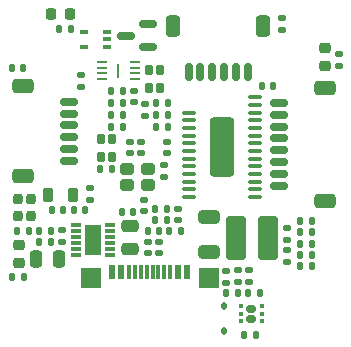
<source format=gbr>
%TF.GenerationSoftware,KiCad,Pcbnew,9.0.5*%
%TF.CreationDate,2025-10-07T19:58:40+02:00*%
%TF.ProjectId,Kolibri v0.6,4b6f6c69-6272-4692-9076-302e362e6b69,rev?*%
%TF.SameCoordinates,Original*%
%TF.FileFunction,Paste,Bot*%
%TF.FilePolarity,Positive*%
%FSLAX46Y46*%
G04 Gerber Fmt 4.6, Leading zero omitted, Abs format (unit mm)*
G04 Created by KiCad (PCBNEW 9.0.5) date 2025-10-07 19:58:40*
%MOMM*%
%LPD*%
G01*
G04 APERTURE LIST*
G04 Aperture macros list*
%AMRoundRect*
0 Rectangle with rounded corners*
0 $1 Rounding radius*
0 $2 $3 $4 $5 $6 $7 $8 $9 X,Y pos of 4 corners*
0 Add a 4 corners polygon primitive as box body*
4,1,4,$2,$3,$4,$5,$6,$7,$8,$9,$2,$3,0*
0 Add four circle primitives for the rounded corners*
1,1,$1+$1,$2,$3*
1,1,$1+$1,$4,$5*
1,1,$1+$1,$6,$7*
1,1,$1+$1,$8,$9*
0 Add four rect primitives between the rounded corners*
20,1,$1+$1,$2,$3,$4,$5,0*
20,1,$1+$1,$4,$5,$6,$7,0*
20,1,$1+$1,$6,$7,$8,$9,0*
20,1,$1+$1,$8,$9,$2,$3,0*%
G04 Aperture macros list end*
%ADD10RoundRect,0.225226X0.774774X2.274774X-0.774774X2.274774X-0.774774X-2.274774X0.774774X-2.274774X0*%
%ADD11RoundRect,0.100000X0.475000X0.100000X-0.475000X0.100000X-0.475000X-0.100000X0.475000X-0.100000X0*%
%ADD12RoundRect,0.140000X-0.170000X0.140000X-0.170000X-0.140000X0.170000X-0.140000X0.170000X0.140000X0*%
%ADD13RoundRect,0.218750X0.218750X0.256250X-0.218750X0.256250X-0.218750X-0.256250X0.218750X-0.256250X0*%
%ADD14RoundRect,0.140000X0.140000X0.170000X-0.140000X0.170000X-0.140000X-0.170000X0.140000X-0.170000X0*%
%ADD15RoundRect,0.135000X-0.135000X-0.185000X0.135000X-0.185000X0.135000X0.185000X-0.135000X0.185000X0*%
%ADD16RoundRect,0.140000X0.170000X-0.140000X0.170000X0.140000X-0.170000X0.140000X-0.170000X-0.140000X0*%
%ADD17R,0.900000X0.300000*%
%ADD18R,1.400000X2.600000*%
%ADD19RoundRect,0.135000X-0.185000X0.135000X-0.185000X-0.135000X0.185000X-0.135000X0.185000X0.135000X0*%
%ADD20RoundRect,0.250000X-0.250000X-0.475000X0.250000X-0.475000X0.250000X0.475000X-0.250000X0.475000X0*%
%ADD21RoundRect,0.135000X0.135000X0.185000X-0.135000X0.185000X-0.135000X-0.185000X0.135000X-0.185000X0*%
%ADD22RoundRect,0.150000X-0.625000X0.150000X-0.625000X-0.150000X0.625000X-0.150000X0.625000X0.150000X0*%
%ADD23RoundRect,0.250000X-0.650000X0.350000X-0.650000X-0.350000X0.650000X-0.350000X0.650000X0.350000X0*%
%ADD24RoundRect,0.250000X-0.650000X0.325000X-0.650000X-0.325000X0.650000X-0.325000X0.650000X0.325000X0*%
%ADD25RoundRect,0.250000X0.475000X-0.250000X0.475000X0.250000X-0.475000X0.250000X-0.475000X-0.250000X0*%
%ADD26RoundRect,0.150000X-0.150000X-0.625000X0.150000X-0.625000X0.150000X0.625000X-0.150000X0.625000X0*%
%ADD27RoundRect,0.250000X-0.350000X-0.650000X0.350000X-0.650000X0.350000X0.650000X-0.350000X0.650000X0*%
%ADD28RoundRect,0.140000X-0.140000X-0.170000X0.140000X-0.170000X0.140000X0.170000X-0.140000X0.170000X0*%
%ADD29RoundRect,0.200000X0.200000X-0.250000X0.200000X0.250000X-0.200000X0.250000X-0.200000X-0.250000X0*%
%ADD30RoundRect,0.218750X0.256250X-0.218750X0.256250X0.218750X-0.256250X0.218750X-0.256250X-0.218750X0*%
%ADD31RoundRect,0.135000X0.185000X-0.135000X0.185000X0.135000X-0.185000X0.135000X-0.185000X-0.135000X0*%
%ADD32RoundRect,0.150000X0.625000X-0.150000X0.625000X0.150000X-0.625000X0.150000X-0.625000X-0.150000X0*%
%ADD33RoundRect,0.250000X0.650000X-0.350000X0.650000X0.350000X-0.650000X0.350000X-0.650000X-0.350000X0*%
%ADD34RoundRect,0.100000X0.225000X0.100000X-0.225000X0.100000X-0.225000X-0.100000X0.225000X-0.100000X0*%
%ADD35RoundRect,0.250000X-0.325000X-0.250000X0.325000X-0.250000X0.325000X0.250000X-0.325000X0.250000X0*%
%ADD36RoundRect,0.097500X-0.227500X0.302500X-0.227500X-0.302500X0.227500X-0.302500X0.227500X0.302500X0*%
%ADD37RoundRect,0.218750X-0.218750X-0.381250X0.218750X-0.381250X0.218750X0.381250X-0.218750X0.381250X0*%
%ADD38RoundRect,0.160000X0.245000X0.160000X-0.245000X0.160000X-0.245000X-0.160000X0.245000X-0.160000X0*%
%ADD39RoundRect,0.093750X0.093750X0.106250X-0.093750X0.106250X-0.093750X-0.106250X0.093750X-0.106250X0*%
%ADD40R,0.600000X1.150000*%
%ADD41R,0.300000X1.150000*%
%ADD42R,1.700000X1.700000*%
%ADD43RoundRect,0.250000X0.600000X1.600000X-0.600000X1.600000X-0.600000X-1.600000X0.600000X-1.600000X0*%
%ADD44RoundRect,0.112500X0.112500X-0.187500X0.112500X0.187500X-0.112500X0.187500X-0.112500X-0.187500X0*%
%ADD45RoundRect,0.150000X0.587500X0.150000X-0.587500X0.150000X-0.587500X-0.150000X0.587500X-0.150000X0*%
%ADD46RoundRect,0.040000X-0.040000X-0.605000X0.040000X-0.605000X0.040000X0.605000X-0.040000X0.605000X0*%
%ADD47RoundRect,0.062500X-0.387500X-0.062500X0.387500X-0.062500X0.387500X0.062500X-0.387500X0.062500X0*%
G04 APERTURE END LIST*
D10*
%TO.C,U5*%
X104050000Y-97500000D03*
D11*
X106850000Y-93275000D03*
X106850000Y-93925000D03*
X106850000Y-94575000D03*
X106850000Y-95225000D03*
X106850000Y-95875000D03*
X106850000Y-96525000D03*
X106850000Y-97175000D03*
X106850000Y-97825000D03*
X106850000Y-98475000D03*
X106850000Y-99125000D03*
X106850000Y-99775000D03*
X106850000Y-100425000D03*
X106850000Y-101075000D03*
X106850000Y-101725000D03*
X101250000Y-101725000D03*
X101250000Y-101075000D03*
X101250000Y-100425000D03*
X101250000Y-99775000D03*
X101250000Y-99125000D03*
X101250000Y-98475000D03*
X101250000Y-97825000D03*
X101250000Y-97175000D03*
X101250000Y-96525000D03*
X101250000Y-95875000D03*
X101250000Y-95225000D03*
X101250000Y-94575000D03*
%TD*%
D12*
%TO.C,C64*%
X106350000Y-107920000D03*
X106350000Y-108880000D03*
%TD*%
D13*
%TO.C,D17*%
X91187500Y-86200000D03*
X89612500Y-86200000D03*
%TD*%
D14*
%TO.C,C3*%
X99480000Y-94750000D03*
X98520000Y-94750000D03*
%TD*%
D15*
%TO.C,R37*%
X110690000Y-107550000D03*
X111710000Y-107550000D03*
%TD*%
D16*
%TO.C,C71*%
X90500000Y-105480000D03*
X90500000Y-104520000D03*
%TD*%
D17*
%TO.C,IC6*%
X94600000Y-104100000D03*
X94600000Y-104600000D03*
X94600000Y-105100000D03*
X94600000Y-105600000D03*
X94600000Y-106100000D03*
X94600000Y-106600000D03*
X91700000Y-106600000D03*
X91700000Y-106100000D03*
X91700000Y-105600000D03*
X91700000Y-105100000D03*
X91700000Y-104600000D03*
X91700000Y-104100000D03*
D18*
X93150000Y-105350000D03*
%TD*%
D19*
%TO.C,R33*%
X92100000Y-91390000D03*
X92100000Y-92410000D03*
%TD*%
D12*
%TO.C,C63*%
X105400000Y-107920000D03*
X105400000Y-108880000D03*
%TD*%
D20*
%TO.C,C72*%
X88350000Y-107000000D03*
X90250000Y-107000000D03*
%TD*%
D14*
%TO.C,C36*%
X100580000Y-104600000D03*
X99620000Y-104600000D03*
%TD*%
D21*
%TO.C,R20*%
X89610000Y-104600000D03*
X88590000Y-104600000D03*
%TD*%
D14*
%TO.C,C20*%
X106930000Y-113400000D03*
X105970000Y-113400000D03*
%TD*%
D19*
%TO.C,R17*%
X109600000Y-106190000D03*
X109600000Y-107210000D03*
%TD*%
D16*
%TO.C,C34*%
X100350000Y-103680000D03*
X100350000Y-102720000D03*
%TD*%
D22*
%TO.C,J5*%
X108900000Y-93750000D03*
X108900000Y-94750000D03*
X108900000Y-95750000D03*
X108900000Y-96750000D03*
X108900000Y-97750000D03*
X108900000Y-98750000D03*
X108900000Y-99750000D03*
X108900000Y-100750000D03*
D23*
X112775000Y-92450000D03*
X112775000Y-102050000D03*
%TD*%
D12*
%TO.C,C16*%
X97600000Y-93870000D03*
X97600000Y-94830000D03*
%TD*%
%TO.C,C27*%
X97500000Y-101970000D03*
X97500000Y-102930000D03*
%TD*%
D16*
%TO.C,C6*%
X96250000Y-97980000D03*
X96250000Y-97020000D03*
%TD*%
D21*
%TO.C,R29*%
X87710000Y-104600000D03*
X86690000Y-104600000D03*
%TD*%
D14*
%TO.C,C33*%
X98730000Y-104600000D03*
X97770000Y-104600000D03*
%TD*%
D24*
%TO.C,C66*%
X103000000Y-103425000D03*
X103000000Y-106375000D03*
%TD*%
D12*
%TO.C,C10*%
X96600000Y-92720000D03*
X96600000Y-93680000D03*
%TD*%
D15*
%TO.C,R10*%
X98390000Y-103650000D03*
X99410000Y-103650000D03*
%TD*%
D25*
%TO.C,C69*%
X96300000Y-106100000D03*
X96300000Y-104200000D03*
%TD*%
D26*
%TO.C,J7*%
X101250000Y-91100000D03*
X102250000Y-91100000D03*
X103250000Y-91100000D03*
X104250000Y-91100000D03*
X105250000Y-91100000D03*
X106250000Y-91100000D03*
D27*
X99950000Y-87225000D03*
X107550000Y-87225000D03*
%TD*%
D28*
%TO.C,C40*%
X93770000Y-99350000D03*
X94730000Y-99350000D03*
%TD*%
D16*
%TO.C,C2*%
X97200000Y-97980000D03*
X97200000Y-97020000D03*
%TD*%
D29*
%TO.C,Y5*%
X86800000Y-103300000D03*
X86800000Y-101900000D03*
X87900000Y-101900000D03*
X87900000Y-103300000D03*
%TD*%
D30*
%TO.C,D14*%
X112800000Y-90637500D03*
X112800000Y-89062500D03*
%TD*%
D19*
%TO.C,R13*%
X104450000Y-107940000D03*
X104450000Y-108960000D03*
%TD*%
D16*
%TO.C,C26*%
X97800000Y-106480000D03*
X97800000Y-105520000D03*
%TD*%
D28*
%TO.C,C9*%
X94720000Y-95750000D03*
X95680000Y-95750000D03*
%TD*%
D31*
%TO.C,R28*%
X114000000Y-90610000D03*
X114000000Y-89590000D03*
%TD*%
D14*
%TO.C,C17*%
X87230000Y-90750000D03*
X86270000Y-90750000D03*
%TD*%
D21*
%TO.C,R31*%
X91310000Y-87450000D03*
X90290000Y-87450000D03*
%TD*%
D28*
%TO.C,C48*%
X107470000Y-92350000D03*
X108430000Y-92350000D03*
%TD*%
D14*
%TO.C,C7*%
X99480000Y-95750000D03*
X98520000Y-95750000D03*
%TD*%
%TO.C,C85*%
X95680000Y-92750000D03*
X94720000Y-92750000D03*
%TD*%
D32*
%TO.C,J6*%
X91100000Y-98650000D03*
X91100000Y-97650000D03*
X91100000Y-96650000D03*
X91100000Y-95650000D03*
X91100000Y-94650000D03*
X91100000Y-93650000D03*
D33*
X87225000Y-99950000D03*
X87225000Y-92350000D03*
%TD*%
D34*
%TO.C,U8*%
X94300000Y-87700000D03*
X94300000Y-88350000D03*
X94300000Y-89000000D03*
X92400000Y-89000000D03*
X92400000Y-87700000D03*
%TD*%
D12*
%TO.C,C15*%
X99200000Y-99020000D03*
X99200000Y-99980000D03*
%TD*%
D16*
%TO.C,C4*%
X99450000Y-97980000D03*
X99450000Y-97020000D03*
%TD*%
D15*
%TO.C,R36*%
X110690000Y-106600000D03*
X111710000Y-106600000D03*
%TD*%
D28*
%TO.C,C88*%
X110720000Y-103750000D03*
X111680000Y-103750000D03*
%TD*%
%TO.C,C29*%
X95620000Y-102950000D03*
X96580000Y-102950000D03*
%TD*%
D14*
%TO.C,C8*%
X99480000Y-93750000D03*
X98520000Y-93750000D03*
%TD*%
D35*
%TO.C,Y1*%
X96075000Y-99300000D03*
X97825000Y-99300000D03*
X97825000Y-100700000D03*
X96075000Y-100700000D03*
%TD*%
D21*
%TO.C,R14*%
X105410000Y-109850000D03*
X104390000Y-109850000D03*
%TD*%
D15*
%TO.C,R34*%
X110690000Y-104700000D03*
X111710000Y-104700000D03*
%TD*%
D16*
%TO.C,C65*%
X109600000Y-105330000D03*
X109600000Y-104370000D03*
%TD*%
D36*
%TO.C,D1*%
X97875000Y-90950000D03*
X97875000Y-92450000D03*
X98825000Y-90950000D03*
X98825000Y-92450000D03*
%TD*%
D15*
%TO.C,R19*%
X88590000Y-105550000D03*
X89610000Y-105550000D03*
%TD*%
D30*
%TO.C,D15*%
X86850000Y-107337500D03*
X86850000Y-105762500D03*
%TD*%
D14*
%TO.C,C45*%
X90630000Y-102850000D03*
X89670000Y-102850000D03*
%TD*%
%TO.C,C41*%
X92480000Y-102850000D03*
X91520000Y-102850000D03*
%TD*%
D37*
%TO.C,L5*%
X89337500Y-101500000D03*
X91462500Y-101500000D03*
%TD*%
D38*
%TO.C,U7*%
X106537500Y-112000000D03*
X106537500Y-111200000D03*
D39*
X107425000Y-110950000D03*
X107425000Y-111600000D03*
X107425000Y-112250000D03*
X105650000Y-112250000D03*
X105650000Y-111600000D03*
X105650000Y-110950000D03*
%TD*%
D40*
%TO.C,J1*%
X101150000Y-108032500D03*
X100350000Y-108032500D03*
D41*
X99200000Y-108032500D03*
X98200000Y-108032500D03*
X97700000Y-108032500D03*
X96700000Y-108032500D03*
D40*
X95550000Y-108032500D03*
X94750000Y-108032500D03*
X94750000Y-108032500D03*
X95550000Y-108032500D03*
D41*
X96200000Y-108032500D03*
X97200000Y-108032500D03*
X98700000Y-108032500D03*
X99700000Y-108032500D03*
D40*
X100350000Y-108032500D03*
X101150000Y-108032500D03*
D42*
X102950000Y-108597500D03*
X92950000Y-108597500D03*
%TD*%
D15*
%TO.C,R8*%
X98390000Y-102700000D03*
X99410000Y-102700000D03*
%TD*%
D12*
%TO.C,C18*%
X109150000Y-86570000D03*
X109150000Y-87530000D03*
%TD*%
D43*
%TO.C,L7*%
X108000000Y-105200000D03*
X105300000Y-105200000D03*
%TD*%
D44*
%TO.C,D10*%
X104250000Y-113050000D03*
X104250000Y-110950000D03*
%TD*%
D36*
%TO.C,D11*%
X93825000Y-96800000D03*
X93825000Y-98300000D03*
X94775000Y-96800000D03*
X94775000Y-98300000D03*
%TD*%
D28*
%TO.C,C5*%
X94720000Y-93750000D03*
X95680000Y-93750000D03*
%TD*%
D12*
%TO.C,C44*%
X92900000Y-100970000D03*
X92900000Y-101930000D03*
%TD*%
D28*
%TO.C,C19*%
X86320000Y-108500000D03*
X87280000Y-108500000D03*
%TD*%
D16*
%TO.C,C25*%
X98750000Y-106480000D03*
X98750000Y-105520000D03*
%TD*%
D45*
%TO.C,Q1*%
X97837500Y-87087500D03*
X97837500Y-88987500D03*
X95962500Y-88037500D03*
%TD*%
D15*
%TO.C,R35*%
X110690000Y-105650000D03*
X111710000Y-105650000D03*
%TD*%
D28*
%TO.C,C1*%
X94720000Y-94750000D03*
X95680000Y-94750000D03*
%TD*%
D14*
%TO.C,C84*%
X107280000Y-109850000D03*
X106320000Y-109850000D03*
%TD*%
D46*
%TO.C,U10*%
X95300000Y-91000000D03*
D47*
X93875000Y-91750000D03*
X93875000Y-91250000D03*
X93875000Y-90750000D03*
X93875000Y-90250000D03*
X96725000Y-90250000D03*
X96725000Y-90750000D03*
X96725000Y-91250000D03*
X96725000Y-91750000D03*
%TD*%
M02*

</source>
